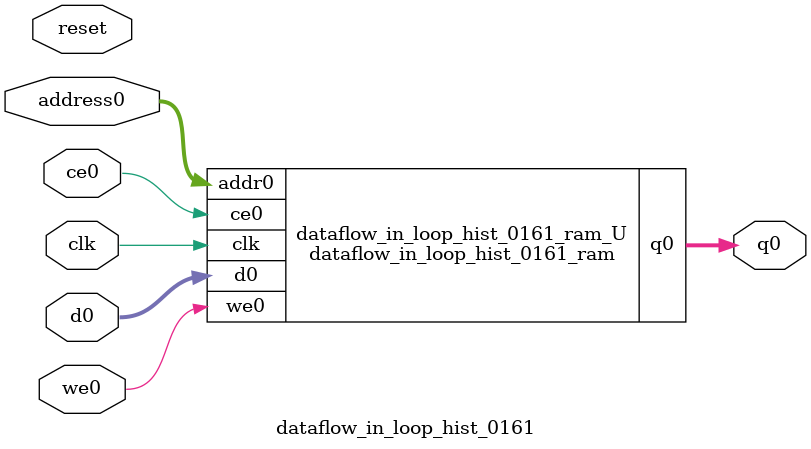
<source format=v>

`timescale 1 ns / 1 ps
module dataflow_in_loop_hist_0161_ram (addr0, ce0, d0, we0, q0,  clk);

parameter DWIDTH = 16;
parameter AWIDTH = 2;
parameter MEM_SIZE = 4;

input[AWIDTH-1:0] addr0;
input ce0;
input[DWIDTH-1:0] d0;
input we0;
output reg[DWIDTH-1:0] q0;
input clk;

(* ram_style = "distributed" *)reg [DWIDTH-1:0] ram[0:MEM_SIZE-1];




always @(posedge clk)  
begin 
    if (ce0) 
    begin
        if (we0) 
        begin 
            ram[addr0] <= d0; 
            q0 <= d0;
        end 
        else 
            q0 <= ram[addr0];
    end
end


endmodule


`timescale 1 ns / 1 ps
module dataflow_in_loop_hist_0161(
    reset,
    clk,
    address0,
    ce0,
    we0,
    d0,
    q0);

parameter DataWidth = 32'd16;
parameter AddressRange = 32'd4;
parameter AddressWidth = 32'd2;
input reset;
input clk;
input[AddressWidth - 1:0] address0;
input ce0;
input we0;
input[DataWidth - 1:0] d0;
output[DataWidth - 1:0] q0;



dataflow_in_loop_hist_0161_ram dataflow_in_loop_hist_0161_ram_U(
    .clk( clk ),
    .addr0( address0 ),
    .ce0( ce0 ),
    .d0( d0 ),
    .we0( we0 ),
    .q0( q0 ));

endmodule


</source>
